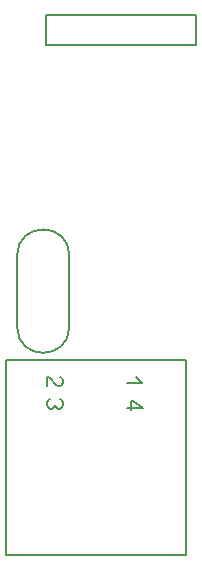
<source format=gbr>
%FSLAX34Y34*%
%MOMM*%
%LNCOPPER_BOTTOM*%
G71*
G01*
%ADD10C, 0.15*%
%ADD11C, 0.17*%
%LPD*%
G54D10*
X681431Y498925D02*
X681431Y333825D01*
X529031Y333825D01*
X529031Y498925D01*
X681431Y498925D01*
G54D11*
X639682Y484157D02*
X644682Y479157D01*
X631348Y479157D01*
G54D11*
X563978Y476561D02*
X563978Y484562D01*
X564811Y484562D01*
X566478Y483562D01*
X571478Y477562D01*
X573145Y476561D01*
X574811Y476562D01*
X576478Y477562D01*
X577311Y479562D01*
X577311Y481562D01*
X576478Y483562D01*
X574811Y484562D01*
G54D11*
X575137Y465471D02*
X576804Y464471D01*
X577637Y462471D01*
X577637Y460471D01*
X576804Y458471D01*
X575137Y457471D01*
X573470Y457471D01*
X571804Y458471D01*
X570970Y460471D01*
X570137Y458471D01*
X568470Y457471D01*
X566804Y457471D01*
X565137Y458471D01*
X564304Y460471D01*
X564304Y462471D01*
X565137Y464471D01*
X566804Y465471D01*
G54D11*
X631563Y458186D02*
X644896Y458185D01*
X636563Y464185D01*
X634896Y464185D01*
X634896Y456185D01*
G54D10*
X582981Y587125D02*
X582981Y526825D01*
G54D10*
X538581Y587025D02*
X538581Y526725D01*
G54D10*
G75*
G01X582981Y586925D02*
G03X538581Y586925I-22200J0D01*
G01*
G54D10*
G75*
G01X538581Y526825D02*
G03X582981Y526825I22200J0D01*
G01*
G54D10*
X563162Y765575D02*
X563163Y790975D01*
X690163Y790975D01*
X690162Y765575D01*
X563162Y765575D01*
M02*

</source>
